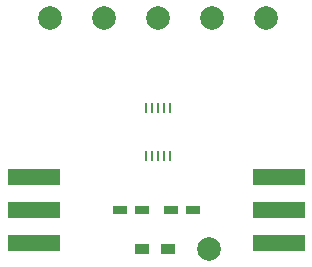
<source format=gbr>
G04 #@! TF.FileFunction,Soldermask,Top*
%FSLAX46Y46*%
G04 Gerber Fmt 4.6, Leading zero omitted, Abs format (unit mm)*
G04 Created by KiCad (PCBNEW 4.0.7) date 11/11/17 18:30:26*
%MOMM*%
%LPD*%
G01*
G04 APERTURE LIST*
%ADD10C,0.100000*%
%ADD11R,4.500000X1.400000*%
%ADD12R,1.200000X0.750000*%
%ADD13R,1.200000X0.900000*%
%ADD14C,2.000000*%
%ADD15R,0.230000X0.950000*%
G04 APERTURE END LIST*
D10*
D11*
X83094000Y-86379000D03*
X83094000Y-89154000D03*
X83094000Y-91929000D03*
D12*
X73980000Y-89154000D03*
X75880000Y-89154000D03*
X71562000Y-89154000D03*
X69662000Y-89154000D03*
D13*
X71544000Y-92456000D03*
X73744000Y-92456000D03*
D14*
X82042000Y-72898000D03*
X77470000Y-72898000D03*
X72898000Y-72898000D03*
X68326000Y-72898000D03*
X63754000Y-72898000D03*
D15*
X72898000Y-80500000D03*
X72898000Y-84600000D03*
X72398000Y-84600000D03*
X71898000Y-84600000D03*
X73398000Y-84600000D03*
X73898000Y-84600000D03*
X72398000Y-80500000D03*
X71898000Y-80500000D03*
X73398000Y-80500000D03*
X73898000Y-80500000D03*
D11*
X62393000Y-86379000D03*
X62393000Y-89154000D03*
X62393000Y-91929000D03*
D14*
X77216000Y-92456000D03*
M02*

</source>
